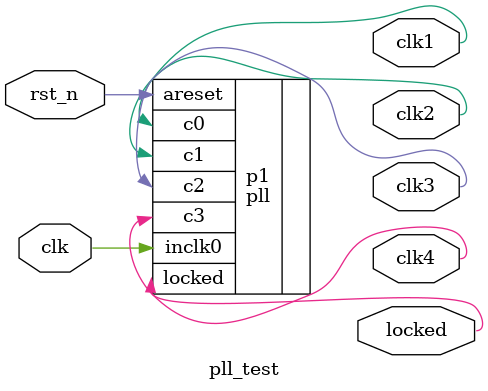
<source format=v>
module pll_test (
    input clk,
    input rst_n,
    output clk1,
    output clk2,
    output clk3,
    output clk4,
    output locked
);
    pll p1(
        .inclk0(clk),
        .c0(clk1),
        .c1(clk2),
        .c2(clk3),
        .c3(clk4),
        .areset(rst_n),
        .locked(locked)
        );


    
endmodule
</source>
